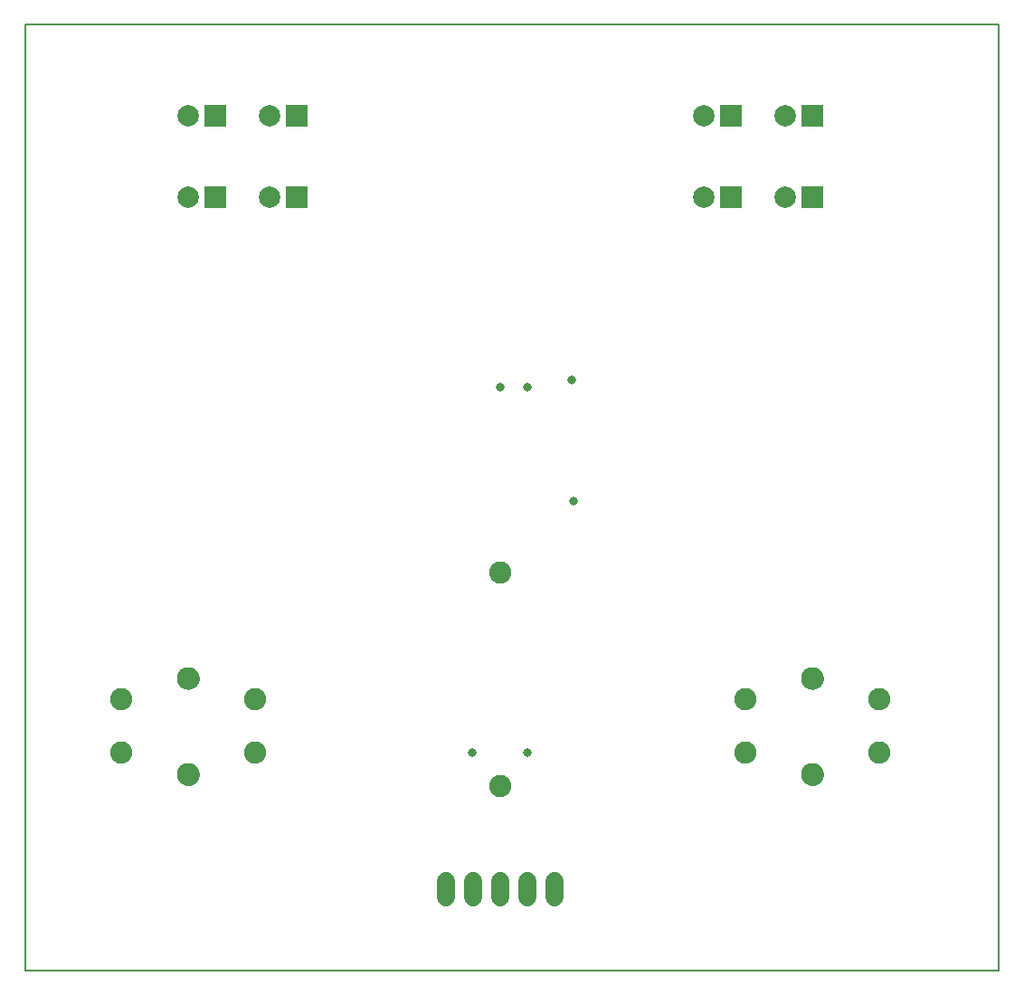
<source format=gbs>
G75*
%MOIN*%
%OFA0B0*%
%FSLAX25Y25*%
%IPPOS*%
%LPD*%
%AMOC8*
5,1,8,0,0,1.08239X$1,22.5*
%
%ADD10C,0.00600*%
%ADD11C,0.08177*%
%ADD12R,0.07900X0.07900*%
%ADD13C,0.07900*%
%ADD14C,0.00000*%
%ADD15C,0.08374*%
%ADD16C,0.06500*%
%ADD17C,0.03278*%
D10*
X0001300Y0001300D02*
X0001300Y0350001D01*
X0360001Y0350001D01*
X0360001Y0001300D01*
X0001300Y0001300D01*
D11*
X0036694Y0081457D03*
X0036694Y0101143D03*
X0085906Y0101143D03*
X0085906Y0081457D03*
X0176300Y0069213D03*
X0176300Y0147954D03*
X0266694Y0101143D03*
X0266694Y0081457D03*
X0315906Y0081457D03*
X0315906Y0101143D03*
D12*
X0291300Y0286300D03*
X0261300Y0286300D03*
X0261300Y0316300D03*
X0291300Y0316300D03*
X0101300Y0316300D03*
X0101300Y0286300D03*
X0071300Y0286300D03*
X0071300Y0316300D03*
D13*
X0061300Y0316300D03*
X0061300Y0286300D03*
X0091300Y0286300D03*
X0091300Y0316300D03*
X0251300Y0316300D03*
X0281300Y0316300D03*
X0281300Y0286300D03*
X0251300Y0286300D03*
D14*
X0287363Y0109017D02*
X0287365Y0109142D01*
X0287371Y0109267D01*
X0287381Y0109391D01*
X0287395Y0109515D01*
X0287412Y0109639D01*
X0287434Y0109762D01*
X0287460Y0109884D01*
X0287489Y0110006D01*
X0287522Y0110126D01*
X0287560Y0110245D01*
X0287600Y0110364D01*
X0287645Y0110480D01*
X0287693Y0110595D01*
X0287745Y0110709D01*
X0287801Y0110821D01*
X0287860Y0110931D01*
X0287922Y0111039D01*
X0287988Y0111146D01*
X0288057Y0111250D01*
X0288130Y0111351D01*
X0288205Y0111451D01*
X0288284Y0111548D01*
X0288366Y0111642D01*
X0288451Y0111734D01*
X0288538Y0111823D01*
X0288629Y0111909D01*
X0288722Y0111992D01*
X0288818Y0112073D01*
X0288916Y0112150D01*
X0289016Y0112224D01*
X0289119Y0112295D01*
X0289224Y0112362D01*
X0289332Y0112427D01*
X0289441Y0112487D01*
X0289552Y0112545D01*
X0289665Y0112598D01*
X0289779Y0112648D01*
X0289895Y0112695D01*
X0290012Y0112737D01*
X0290131Y0112776D01*
X0290251Y0112812D01*
X0290372Y0112843D01*
X0290494Y0112871D01*
X0290616Y0112894D01*
X0290740Y0112914D01*
X0290864Y0112930D01*
X0290988Y0112942D01*
X0291113Y0112950D01*
X0291238Y0112954D01*
X0291362Y0112954D01*
X0291487Y0112950D01*
X0291612Y0112942D01*
X0291736Y0112930D01*
X0291860Y0112914D01*
X0291984Y0112894D01*
X0292106Y0112871D01*
X0292228Y0112843D01*
X0292349Y0112812D01*
X0292469Y0112776D01*
X0292588Y0112737D01*
X0292705Y0112695D01*
X0292821Y0112648D01*
X0292935Y0112598D01*
X0293048Y0112545D01*
X0293159Y0112487D01*
X0293269Y0112427D01*
X0293376Y0112362D01*
X0293481Y0112295D01*
X0293584Y0112224D01*
X0293684Y0112150D01*
X0293782Y0112073D01*
X0293878Y0111992D01*
X0293971Y0111909D01*
X0294062Y0111823D01*
X0294149Y0111734D01*
X0294234Y0111642D01*
X0294316Y0111548D01*
X0294395Y0111451D01*
X0294470Y0111351D01*
X0294543Y0111250D01*
X0294612Y0111146D01*
X0294678Y0111039D01*
X0294740Y0110931D01*
X0294799Y0110821D01*
X0294855Y0110709D01*
X0294907Y0110595D01*
X0294955Y0110480D01*
X0295000Y0110364D01*
X0295040Y0110245D01*
X0295078Y0110126D01*
X0295111Y0110006D01*
X0295140Y0109884D01*
X0295166Y0109762D01*
X0295188Y0109639D01*
X0295205Y0109515D01*
X0295219Y0109391D01*
X0295229Y0109267D01*
X0295235Y0109142D01*
X0295237Y0109017D01*
X0295235Y0108892D01*
X0295229Y0108767D01*
X0295219Y0108643D01*
X0295205Y0108519D01*
X0295188Y0108395D01*
X0295166Y0108272D01*
X0295140Y0108150D01*
X0295111Y0108028D01*
X0295078Y0107908D01*
X0295040Y0107789D01*
X0295000Y0107670D01*
X0294955Y0107554D01*
X0294907Y0107439D01*
X0294855Y0107325D01*
X0294799Y0107213D01*
X0294740Y0107103D01*
X0294678Y0106995D01*
X0294612Y0106888D01*
X0294543Y0106784D01*
X0294470Y0106683D01*
X0294395Y0106583D01*
X0294316Y0106486D01*
X0294234Y0106392D01*
X0294149Y0106300D01*
X0294062Y0106211D01*
X0293971Y0106125D01*
X0293878Y0106042D01*
X0293782Y0105961D01*
X0293684Y0105884D01*
X0293584Y0105810D01*
X0293481Y0105739D01*
X0293376Y0105672D01*
X0293268Y0105607D01*
X0293159Y0105547D01*
X0293048Y0105489D01*
X0292935Y0105436D01*
X0292821Y0105386D01*
X0292705Y0105339D01*
X0292588Y0105297D01*
X0292469Y0105258D01*
X0292349Y0105222D01*
X0292228Y0105191D01*
X0292106Y0105163D01*
X0291984Y0105140D01*
X0291860Y0105120D01*
X0291736Y0105104D01*
X0291612Y0105092D01*
X0291487Y0105084D01*
X0291362Y0105080D01*
X0291238Y0105080D01*
X0291113Y0105084D01*
X0290988Y0105092D01*
X0290864Y0105104D01*
X0290740Y0105120D01*
X0290616Y0105140D01*
X0290494Y0105163D01*
X0290372Y0105191D01*
X0290251Y0105222D01*
X0290131Y0105258D01*
X0290012Y0105297D01*
X0289895Y0105339D01*
X0289779Y0105386D01*
X0289665Y0105436D01*
X0289552Y0105489D01*
X0289441Y0105547D01*
X0289331Y0105607D01*
X0289224Y0105672D01*
X0289119Y0105739D01*
X0289016Y0105810D01*
X0288916Y0105884D01*
X0288818Y0105961D01*
X0288722Y0106042D01*
X0288629Y0106125D01*
X0288538Y0106211D01*
X0288451Y0106300D01*
X0288366Y0106392D01*
X0288284Y0106486D01*
X0288205Y0106583D01*
X0288130Y0106683D01*
X0288057Y0106784D01*
X0287988Y0106888D01*
X0287922Y0106995D01*
X0287860Y0107103D01*
X0287801Y0107213D01*
X0287745Y0107325D01*
X0287693Y0107439D01*
X0287645Y0107554D01*
X0287600Y0107670D01*
X0287560Y0107789D01*
X0287522Y0107908D01*
X0287489Y0108028D01*
X0287460Y0108150D01*
X0287434Y0108272D01*
X0287412Y0108395D01*
X0287395Y0108519D01*
X0287381Y0108643D01*
X0287371Y0108767D01*
X0287365Y0108892D01*
X0287363Y0109017D01*
X0287363Y0073583D02*
X0287365Y0073708D01*
X0287371Y0073833D01*
X0287381Y0073957D01*
X0287395Y0074081D01*
X0287412Y0074205D01*
X0287434Y0074328D01*
X0287460Y0074450D01*
X0287489Y0074572D01*
X0287522Y0074692D01*
X0287560Y0074811D01*
X0287600Y0074930D01*
X0287645Y0075046D01*
X0287693Y0075161D01*
X0287745Y0075275D01*
X0287801Y0075387D01*
X0287860Y0075497D01*
X0287922Y0075605D01*
X0287988Y0075712D01*
X0288057Y0075816D01*
X0288130Y0075917D01*
X0288205Y0076017D01*
X0288284Y0076114D01*
X0288366Y0076208D01*
X0288451Y0076300D01*
X0288538Y0076389D01*
X0288629Y0076475D01*
X0288722Y0076558D01*
X0288818Y0076639D01*
X0288916Y0076716D01*
X0289016Y0076790D01*
X0289119Y0076861D01*
X0289224Y0076928D01*
X0289332Y0076993D01*
X0289441Y0077053D01*
X0289552Y0077111D01*
X0289665Y0077164D01*
X0289779Y0077214D01*
X0289895Y0077261D01*
X0290012Y0077303D01*
X0290131Y0077342D01*
X0290251Y0077378D01*
X0290372Y0077409D01*
X0290494Y0077437D01*
X0290616Y0077460D01*
X0290740Y0077480D01*
X0290864Y0077496D01*
X0290988Y0077508D01*
X0291113Y0077516D01*
X0291238Y0077520D01*
X0291362Y0077520D01*
X0291487Y0077516D01*
X0291612Y0077508D01*
X0291736Y0077496D01*
X0291860Y0077480D01*
X0291984Y0077460D01*
X0292106Y0077437D01*
X0292228Y0077409D01*
X0292349Y0077378D01*
X0292469Y0077342D01*
X0292588Y0077303D01*
X0292705Y0077261D01*
X0292821Y0077214D01*
X0292935Y0077164D01*
X0293048Y0077111D01*
X0293159Y0077053D01*
X0293269Y0076993D01*
X0293376Y0076928D01*
X0293481Y0076861D01*
X0293584Y0076790D01*
X0293684Y0076716D01*
X0293782Y0076639D01*
X0293878Y0076558D01*
X0293971Y0076475D01*
X0294062Y0076389D01*
X0294149Y0076300D01*
X0294234Y0076208D01*
X0294316Y0076114D01*
X0294395Y0076017D01*
X0294470Y0075917D01*
X0294543Y0075816D01*
X0294612Y0075712D01*
X0294678Y0075605D01*
X0294740Y0075497D01*
X0294799Y0075387D01*
X0294855Y0075275D01*
X0294907Y0075161D01*
X0294955Y0075046D01*
X0295000Y0074930D01*
X0295040Y0074811D01*
X0295078Y0074692D01*
X0295111Y0074572D01*
X0295140Y0074450D01*
X0295166Y0074328D01*
X0295188Y0074205D01*
X0295205Y0074081D01*
X0295219Y0073957D01*
X0295229Y0073833D01*
X0295235Y0073708D01*
X0295237Y0073583D01*
X0295235Y0073458D01*
X0295229Y0073333D01*
X0295219Y0073209D01*
X0295205Y0073085D01*
X0295188Y0072961D01*
X0295166Y0072838D01*
X0295140Y0072716D01*
X0295111Y0072594D01*
X0295078Y0072474D01*
X0295040Y0072355D01*
X0295000Y0072236D01*
X0294955Y0072120D01*
X0294907Y0072005D01*
X0294855Y0071891D01*
X0294799Y0071779D01*
X0294740Y0071669D01*
X0294678Y0071561D01*
X0294612Y0071454D01*
X0294543Y0071350D01*
X0294470Y0071249D01*
X0294395Y0071149D01*
X0294316Y0071052D01*
X0294234Y0070958D01*
X0294149Y0070866D01*
X0294062Y0070777D01*
X0293971Y0070691D01*
X0293878Y0070608D01*
X0293782Y0070527D01*
X0293684Y0070450D01*
X0293584Y0070376D01*
X0293481Y0070305D01*
X0293376Y0070238D01*
X0293268Y0070173D01*
X0293159Y0070113D01*
X0293048Y0070055D01*
X0292935Y0070002D01*
X0292821Y0069952D01*
X0292705Y0069905D01*
X0292588Y0069863D01*
X0292469Y0069824D01*
X0292349Y0069788D01*
X0292228Y0069757D01*
X0292106Y0069729D01*
X0291984Y0069706D01*
X0291860Y0069686D01*
X0291736Y0069670D01*
X0291612Y0069658D01*
X0291487Y0069650D01*
X0291362Y0069646D01*
X0291238Y0069646D01*
X0291113Y0069650D01*
X0290988Y0069658D01*
X0290864Y0069670D01*
X0290740Y0069686D01*
X0290616Y0069706D01*
X0290494Y0069729D01*
X0290372Y0069757D01*
X0290251Y0069788D01*
X0290131Y0069824D01*
X0290012Y0069863D01*
X0289895Y0069905D01*
X0289779Y0069952D01*
X0289665Y0070002D01*
X0289552Y0070055D01*
X0289441Y0070113D01*
X0289331Y0070173D01*
X0289224Y0070238D01*
X0289119Y0070305D01*
X0289016Y0070376D01*
X0288916Y0070450D01*
X0288818Y0070527D01*
X0288722Y0070608D01*
X0288629Y0070691D01*
X0288538Y0070777D01*
X0288451Y0070866D01*
X0288366Y0070958D01*
X0288284Y0071052D01*
X0288205Y0071149D01*
X0288130Y0071249D01*
X0288057Y0071350D01*
X0287988Y0071454D01*
X0287922Y0071561D01*
X0287860Y0071669D01*
X0287801Y0071779D01*
X0287745Y0071891D01*
X0287693Y0072005D01*
X0287645Y0072120D01*
X0287600Y0072236D01*
X0287560Y0072355D01*
X0287522Y0072474D01*
X0287489Y0072594D01*
X0287460Y0072716D01*
X0287434Y0072838D01*
X0287412Y0072961D01*
X0287395Y0073085D01*
X0287381Y0073209D01*
X0287371Y0073333D01*
X0287365Y0073458D01*
X0287363Y0073583D01*
X0057363Y0073583D02*
X0057365Y0073708D01*
X0057371Y0073833D01*
X0057381Y0073957D01*
X0057395Y0074081D01*
X0057412Y0074205D01*
X0057434Y0074328D01*
X0057460Y0074450D01*
X0057489Y0074572D01*
X0057522Y0074692D01*
X0057560Y0074811D01*
X0057600Y0074930D01*
X0057645Y0075046D01*
X0057693Y0075161D01*
X0057745Y0075275D01*
X0057801Y0075387D01*
X0057860Y0075497D01*
X0057922Y0075605D01*
X0057988Y0075712D01*
X0058057Y0075816D01*
X0058130Y0075917D01*
X0058205Y0076017D01*
X0058284Y0076114D01*
X0058366Y0076208D01*
X0058451Y0076300D01*
X0058538Y0076389D01*
X0058629Y0076475D01*
X0058722Y0076558D01*
X0058818Y0076639D01*
X0058916Y0076716D01*
X0059016Y0076790D01*
X0059119Y0076861D01*
X0059224Y0076928D01*
X0059332Y0076993D01*
X0059441Y0077053D01*
X0059552Y0077111D01*
X0059665Y0077164D01*
X0059779Y0077214D01*
X0059895Y0077261D01*
X0060012Y0077303D01*
X0060131Y0077342D01*
X0060251Y0077378D01*
X0060372Y0077409D01*
X0060494Y0077437D01*
X0060616Y0077460D01*
X0060740Y0077480D01*
X0060864Y0077496D01*
X0060988Y0077508D01*
X0061113Y0077516D01*
X0061238Y0077520D01*
X0061362Y0077520D01*
X0061487Y0077516D01*
X0061612Y0077508D01*
X0061736Y0077496D01*
X0061860Y0077480D01*
X0061984Y0077460D01*
X0062106Y0077437D01*
X0062228Y0077409D01*
X0062349Y0077378D01*
X0062469Y0077342D01*
X0062588Y0077303D01*
X0062705Y0077261D01*
X0062821Y0077214D01*
X0062935Y0077164D01*
X0063048Y0077111D01*
X0063159Y0077053D01*
X0063269Y0076993D01*
X0063376Y0076928D01*
X0063481Y0076861D01*
X0063584Y0076790D01*
X0063684Y0076716D01*
X0063782Y0076639D01*
X0063878Y0076558D01*
X0063971Y0076475D01*
X0064062Y0076389D01*
X0064149Y0076300D01*
X0064234Y0076208D01*
X0064316Y0076114D01*
X0064395Y0076017D01*
X0064470Y0075917D01*
X0064543Y0075816D01*
X0064612Y0075712D01*
X0064678Y0075605D01*
X0064740Y0075497D01*
X0064799Y0075387D01*
X0064855Y0075275D01*
X0064907Y0075161D01*
X0064955Y0075046D01*
X0065000Y0074930D01*
X0065040Y0074811D01*
X0065078Y0074692D01*
X0065111Y0074572D01*
X0065140Y0074450D01*
X0065166Y0074328D01*
X0065188Y0074205D01*
X0065205Y0074081D01*
X0065219Y0073957D01*
X0065229Y0073833D01*
X0065235Y0073708D01*
X0065237Y0073583D01*
X0065235Y0073458D01*
X0065229Y0073333D01*
X0065219Y0073209D01*
X0065205Y0073085D01*
X0065188Y0072961D01*
X0065166Y0072838D01*
X0065140Y0072716D01*
X0065111Y0072594D01*
X0065078Y0072474D01*
X0065040Y0072355D01*
X0065000Y0072236D01*
X0064955Y0072120D01*
X0064907Y0072005D01*
X0064855Y0071891D01*
X0064799Y0071779D01*
X0064740Y0071669D01*
X0064678Y0071561D01*
X0064612Y0071454D01*
X0064543Y0071350D01*
X0064470Y0071249D01*
X0064395Y0071149D01*
X0064316Y0071052D01*
X0064234Y0070958D01*
X0064149Y0070866D01*
X0064062Y0070777D01*
X0063971Y0070691D01*
X0063878Y0070608D01*
X0063782Y0070527D01*
X0063684Y0070450D01*
X0063584Y0070376D01*
X0063481Y0070305D01*
X0063376Y0070238D01*
X0063268Y0070173D01*
X0063159Y0070113D01*
X0063048Y0070055D01*
X0062935Y0070002D01*
X0062821Y0069952D01*
X0062705Y0069905D01*
X0062588Y0069863D01*
X0062469Y0069824D01*
X0062349Y0069788D01*
X0062228Y0069757D01*
X0062106Y0069729D01*
X0061984Y0069706D01*
X0061860Y0069686D01*
X0061736Y0069670D01*
X0061612Y0069658D01*
X0061487Y0069650D01*
X0061362Y0069646D01*
X0061238Y0069646D01*
X0061113Y0069650D01*
X0060988Y0069658D01*
X0060864Y0069670D01*
X0060740Y0069686D01*
X0060616Y0069706D01*
X0060494Y0069729D01*
X0060372Y0069757D01*
X0060251Y0069788D01*
X0060131Y0069824D01*
X0060012Y0069863D01*
X0059895Y0069905D01*
X0059779Y0069952D01*
X0059665Y0070002D01*
X0059552Y0070055D01*
X0059441Y0070113D01*
X0059331Y0070173D01*
X0059224Y0070238D01*
X0059119Y0070305D01*
X0059016Y0070376D01*
X0058916Y0070450D01*
X0058818Y0070527D01*
X0058722Y0070608D01*
X0058629Y0070691D01*
X0058538Y0070777D01*
X0058451Y0070866D01*
X0058366Y0070958D01*
X0058284Y0071052D01*
X0058205Y0071149D01*
X0058130Y0071249D01*
X0058057Y0071350D01*
X0057988Y0071454D01*
X0057922Y0071561D01*
X0057860Y0071669D01*
X0057801Y0071779D01*
X0057745Y0071891D01*
X0057693Y0072005D01*
X0057645Y0072120D01*
X0057600Y0072236D01*
X0057560Y0072355D01*
X0057522Y0072474D01*
X0057489Y0072594D01*
X0057460Y0072716D01*
X0057434Y0072838D01*
X0057412Y0072961D01*
X0057395Y0073085D01*
X0057381Y0073209D01*
X0057371Y0073333D01*
X0057365Y0073458D01*
X0057363Y0073583D01*
X0057363Y0109017D02*
X0057365Y0109142D01*
X0057371Y0109267D01*
X0057381Y0109391D01*
X0057395Y0109515D01*
X0057412Y0109639D01*
X0057434Y0109762D01*
X0057460Y0109884D01*
X0057489Y0110006D01*
X0057522Y0110126D01*
X0057560Y0110245D01*
X0057600Y0110364D01*
X0057645Y0110480D01*
X0057693Y0110595D01*
X0057745Y0110709D01*
X0057801Y0110821D01*
X0057860Y0110931D01*
X0057922Y0111039D01*
X0057988Y0111146D01*
X0058057Y0111250D01*
X0058130Y0111351D01*
X0058205Y0111451D01*
X0058284Y0111548D01*
X0058366Y0111642D01*
X0058451Y0111734D01*
X0058538Y0111823D01*
X0058629Y0111909D01*
X0058722Y0111992D01*
X0058818Y0112073D01*
X0058916Y0112150D01*
X0059016Y0112224D01*
X0059119Y0112295D01*
X0059224Y0112362D01*
X0059332Y0112427D01*
X0059441Y0112487D01*
X0059552Y0112545D01*
X0059665Y0112598D01*
X0059779Y0112648D01*
X0059895Y0112695D01*
X0060012Y0112737D01*
X0060131Y0112776D01*
X0060251Y0112812D01*
X0060372Y0112843D01*
X0060494Y0112871D01*
X0060616Y0112894D01*
X0060740Y0112914D01*
X0060864Y0112930D01*
X0060988Y0112942D01*
X0061113Y0112950D01*
X0061238Y0112954D01*
X0061362Y0112954D01*
X0061487Y0112950D01*
X0061612Y0112942D01*
X0061736Y0112930D01*
X0061860Y0112914D01*
X0061984Y0112894D01*
X0062106Y0112871D01*
X0062228Y0112843D01*
X0062349Y0112812D01*
X0062469Y0112776D01*
X0062588Y0112737D01*
X0062705Y0112695D01*
X0062821Y0112648D01*
X0062935Y0112598D01*
X0063048Y0112545D01*
X0063159Y0112487D01*
X0063269Y0112427D01*
X0063376Y0112362D01*
X0063481Y0112295D01*
X0063584Y0112224D01*
X0063684Y0112150D01*
X0063782Y0112073D01*
X0063878Y0111992D01*
X0063971Y0111909D01*
X0064062Y0111823D01*
X0064149Y0111734D01*
X0064234Y0111642D01*
X0064316Y0111548D01*
X0064395Y0111451D01*
X0064470Y0111351D01*
X0064543Y0111250D01*
X0064612Y0111146D01*
X0064678Y0111039D01*
X0064740Y0110931D01*
X0064799Y0110821D01*
X0064855Y0110709D01*
X0064907Y0110595D01*
X0064955Y0110480D01*
X0065000Y0110364D01*
X0065040Y0110245D01*
X0065078Y0110126D01*
X0065111Y0110006D01*
X0065140Y0109884D01*
X0065166Y0109762D01*
X0065188Y0109639D01*
X0065205Y0109515D01*
X0065219Y0109391D01*
X0065229Y0109267D01*
X0065235Y0109142D01*
X0065237Y0109017D01*
X0065235Y0108892D01*
X0065229Y0108767D01*
X0065219Y0108643D01*
X0065205Y0108519D01*
X0065188Y0108395D01*
X0065166Y0108272D01*
X0065140Y0108150D01*
X0065111Y0108028D01*
X0065078Y0107908D01*
X0065040Y0107789D01*
X0065000Y0107670D01*
X0064955Y0107554D01*
X0064907Y0107439D01*
X0064855Y0107325D01*
X0064799Y0107213D01*
X0064740Y0107103D01*
X0064678Y0106995D01*
X0064612Y0106888D01*
X0064543Y0106784D01*
X0064470Y0106683D01*
X0064395Y0106583D01*
X0064316Y0106486D01*
X0064234Y0106392D01*
X0064149Y0106300D01*
X0064062Y0106211D01*
X0063971Y0106125D01*
X0063878Y0106042D01*
X0063782Y0105961D01*
X0063684Y0105884D01*
X0063584Y0105810D01*
X0063481Y0105739D01*
X0063376Y0105672D01*
X0063268Y0105607D01*
X0063159Y0105547D01*
X0063048Y0105489D01*
X0062935Y0105436D01*
X0062821Y0105386D01*
X0062705Y0105339D01*
X0062588Y0105297D01*
X0062469Y0105258D01*
X0062349Y0105222D01*
X0062228Y0105191D01*
X0062106Y0105163D01*
X0061984Y0105140D01*
X0061860Y0105120D01*
X0061736Y0105104D01*
X0061612Y0105092D01*
X0061487Y0105084D01*
X0061362Y0105080D01*
X0061238Y0105080D01*
X0061113Y0105084D01*
X0060988Y0105092D01*
X0060864Y0105104D01*
X0060740Y0105120D01*
X0060616Y0105140D01*
X0060494Y0105163D01*
X0060372Y0105191D01*
X0060251Y0105222D01*
X0060131Y0105258D01*
X0060012Y0105297D01*
X0059895Y0105339D01*
X0059779Y0105386D01*
X0059665Y0105436D01*
X0059552Y0105489D01*
X0059441Y0105547D01*
X0059331Y0105607D01*
X0059224Y0105672D01*
X0059119Y0105739D01*
X0059016Y0105810D01*
X0058916Y0105884D01*
X0058818Y0105961D01*
X0058722Y0106042D01*
X0058629Y0106125D01*
X0058538Y0106211D01*
X0058451Y0106300D01*
X0058366Y0106392D01*
X0058284Y0106486D01*
X0058205Y0106583D01*
X0058130Y0106683D01*
X0058057Y0106784D01*
X0057988Y0106888D01*
X0057922Y0106995D01*
X0057860Y0107103D01*
X0057801Y0107213D01*
X0057745Y0107325D01*
X0057693Y0107439D01*
X0057645Y0107554D01*
X0057600Y0107670D01*
X0057560Y0107789D01*
X0057522Y0107908D01*
X0057489Y0108028D01*
X0057460Y0108150D01*
X0057434Y0108272D01*
X0057412Y0108395D01*
X0057395Y0108519D01*
X0057381Y0108643D01*
X0057371Y0108767D01*
X0057365Y0108892D01*
X0057363Y0109017D01*
D15*
X0061300Y0109017D03*
X0061300Y0073583D03*
X0291300Y0073583D03*
X0291300Y0109017D03*
D16*
X0196300Y0034300D02*
X0196300Y0028300D01*
X0186300Y0028300D02*
X0186300Y0034300D01*
X0176300Y0034300D02*
X0176300Y0028300D01*
X0166300Y0028300D02*
X0166300Y0034300D01*
X0156300Y0034300D02*
X0156300Y0028300D01*
D17*
X0166143Y0081457D03*
X0186457Y0081457D03*
X0203300Y0174300D03*
X0186300Y0216300D03*
X0176300Y0216300D03*
X0202800Y0218800D03*
M02*

</source>
